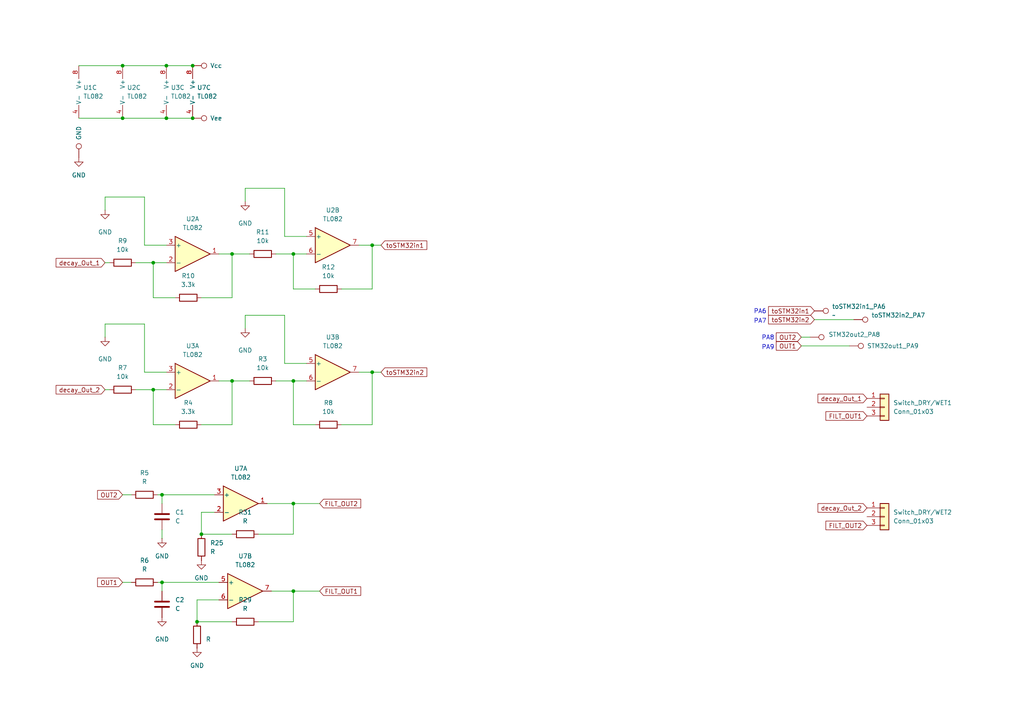
<source format=kicad_sch>
(kicad_sch (version 20250114) (generator "eeschema") (generator_version "9.0")
  (paper "A4")
  (lib_symbols
    (symbol "Amplifier_Operational:TL082" (pin_names (offset 0.127))
      (property "Reference" "U" (at 0 5.08 0))
      (property "Value" "TL082" (at 0 -5.08 0))
      (symbol "TL082_1_1"
        (polyline (pts (xy -5.08 5.08) (xy 5.08 0) (xy -5.08 -5.08) (xy -5.08 5.08)) (stroke (width 0.254)) (fill (type background)))
        (pin input line (at -7.62 2.54 0) (length 2.54) (name "+") (number "3"))
        (pin input line (at -7.62 -2.54 0) (length 2.54) (name "-") (number "2"))
        (pin output line (at 7.62 0 180) (length 2.54) (name "~") (number "1"))
      )
      (symbol "TL082_2_1"
        (polyline (pts (xy -5.08 5.08) (xy 5.08 0) (xy -5.08 -5.08) (xy -5.08 5.08)) (stroke (width 0.254)) (fill (type background)))
        (pin input line (at -7.62 2.54 0) (length 2.54) (name "+") (number "5"))
        (pin input line (at -7.62 -2.54 0) (length 2.54) (name "-") (number "6"))
        (pin output line (at 7.62 0 180) (length 2.54) (name "~") (number "7"))
      )
      (symbol "TL082_3_1"
        (pin power_in line (at -2.54 7.62 270) (length 3.81) (name "V+") (number "8"))
        (pin power_in line (at -2.54 -7.62 90) (length 3.81) (name "V-") (number "4"))
      )
    )
    (symbol "Connector:TestPoint" (pin_numbers (hide yes)) (pin_names (offset 0.762) (hide yes))
      (property "Reference" "TP" (at 0 6.858 0))
      (property "Value" "TestPoint" (at 0 5.08 0))
      (symbol "TestPoint_0_1"
        (circle (center 0 3.302) (radius 0.762))
      )
      (symbol "TestPoint_1_1"
        (pin passive line (at 0 0 90) (length 2.54) (name "1") (number "1"))
      )
    )
    (symbol "Connector_Generic:Conn_01x03" (pin_names (offset 1.016) (hide yes))
      (property "Reference" "J" (at 0 5.08 0))
      (property "Value" "Conn_01x03" (at 0 -5.08 0))
      (symbol "Conn_01x03_1_1"
        (rectangle (start -1.27 3.81) (end 1.27 -3.81) (stroke (width 0.254)) (fill (type background)))
        (rectangle (start -1.27 2.667) (end 0 2.413) (stroke (width 0.1524)))
        (rectangle (start -1.27 0.127) (end 0 -0.127) (stroke (width 0.1524)))
        (rectangle (start -1.27 -2.413) (end 0 -2.667) (stroke (width 0.1524)))
        (pin passive line (at -5.08 2.54 0) (length 3.81) (name "Pin_1") (number "1"))
        (pin passive line (at -5.08 0 0) (length 3.81) (name "Pin_2") (number "2"))
        (pin passive line (at -5.08 -2.54 0) (length 3.81) (name "Pin_3") (number "3"))
      )
    )
    (symbol "Device:C" (pin_numbers (hide yes)) (pin_names (offset 0.254))
      (property "Reference" "C" (at 0.635 2.54 0))
      (property "Value" "C" (at 0.635 -2.54 0))
      (symbol "C_0_1"
        (polyline (pts (xy -2.032 0.762) (xy 2.032 0.762)) (stroke (width 0.508)))
        (polyline (pts (xy -2.032 -0.762) (xy 2.032 -0.762)) (stroke (width 0.508)))
      )
      (symbol "C_1_1"
        (pin passive line (at 0 3.81 270) (length 2.794) (name "~") (number "1"))
        (pin passive line (at 0 -3.81 90) (length 2.794) (name "~") (number "2"))
      )
    )
    (symbol "Device:R" (pin_numbers (hide yes)) (pin_names (offset 0))
      (property "Reference" "R" (at 2.032 0 90))
      (property "Value" "R" (at 0 0 90))
      (symbol "R_0_1"
        (rectangle (start -1.016 -2.54) (end 1.016 2.54) (stroke (width 0.254)))
      )
      (symbol "R_1_1"
        (pin passive line (at 0 3.81 270) (length 1.27) (name "~") (number "1"))
        (pin passive line (at 0 -3.81 90) (length 1.27) (name "~") (number "2"))
      )
    )
    (symbol "power:GND" (power) (pin_numbers (hide yes)) (pin_names (offset 0) (hide yes))
      (property "Value" "GND" (at 0 -3.81 0))
      (symbol "GND_0_1"
        (polyline (pts (xy 0 0) (xy 0 -1.27) (xy 1.27 -1.27) (xy 0 -2.54) (xy -1.27 -1.27) (xy 0 -1.27)))
      )
      (symbol "GND_1_1"
        (pin power_in line (at 0 0 270) (length 0) (name "~") (number "1"))
      )
    )
  )
  (text "PA8\n" (at 222.758 98.044 0) (effects (font (size 1.27 1.27))))
  (text "PA9" (at 222.758 100.838 0) (effects (font (size 1.27 1.27))))
  (text "PA6\n" (at 220.472 90.424 0) (effects (font (size 1.27 1.27))))
  (text "PA7\n" (at 220.472 93.218 0) (effects (font (size 1.27 1.27))))
  (junction (at 85.09 110.49))
  (junction (at 44.45 113.03))
  (junction (at 107.95 71.12))
  (junction (at 107.95 107.95))
  (junction (at 55.88 19.05))
  (junction (at 46.99 143.51))
  (junction (at 57.15 180.34))
  (junction (at 48.26 19.05))
  (junction (at 85.09 73.66))
  (junction (at 46.99 168.91))
  (junction (at 85.09 171.45))
  (junction (at 85.09 146.05))
  (junction (at 67.31 73.66))
  (junction (at 44.45 76.2))
  (junction (at 67.31 110.49))
  (junction (at 58.42 154.94))
  (junction (at 55.88 34.29))
  (junction (at 35.56 34.29))
  (junction (at 48.26 34.29))
  (junction (at 35.56 19.05))
  (wire (pts (xy 57.15 180.34) (xy 67.31 180.34)))
  (wire (pts (xy 44.45 76.2) (xy 44.45 86.36)))
  (wire (pts (xy 107.95 83.82) (xy 107.95 71.12)))
  (wire (pts (xy 85.09 73.66) (xy 85.09 83.82)))
  (wire (pts (xy 46.99 153.67) (xy 46.99 156.21)))
  (wire (pts (xy 80.01 73.66) (xy 85.09 73.66)))
  (wire (pts (xy 74.93 180.34) (xy 85.09 180.34)))
  (wire (pts (xy 85.09 110.49) (xy 85.09 123.19)))
  (wire (pts (xy 35.56 34.29) (xy 48.26 34.29)))
  (wire (pts (xy 63.5 173.99) (xy 57.15 173.99)))
  (wire (pts (xy 236.22 92.71) (xy 247.65 92.71)))
  (wire (pts (xy 58.42 154.94) (xy 58.42 148.59)))
  (wire (pts (xy 41.91 93.98) (xy 41.91 107.95)))
  (wire (pts (xy 35.56 143.51) (xy 38.1 143.51)))
  (wire (pts (xy 71.12 91.44) (xy 82.55 91.44)))
  (wire (pts (xy 22.86 34.29) (xy 35.56 34.29)))
  (wire (pts (xy 107.95 107.95) (xy 104.14 107.95)))
  (wire (pts (xy 74.93 154.94) (xy 85.09 154.94)))
  (wire (pts (xy 67.31 73.66) (xy 72.39 73.66)))
  (wire (pts (xy 107.95 71.12) (xy 104.14 71.12)))
  (wire (pts (xy 85.09 146.05) (xy 92.71 146.05)))
  (wire (pts (xy 41.91 71.12) (xy 48.26 71.12)))
  (wire (pts (xy 46.99 168.91) (xy 63.5 168.91)))
  (wire (pts (xy 30.48 113.03) (xy 31.75 113.03)))
  (wire (pts (xy 44.45 113.03) (xy 48.26 113.03)))
  (wire (pts (xy 85.09 171.45) (xy 92.71 171.45)))
  (wire (pts (xy 71.12 95.25) (xy 71.12 91.44)))
  (wire (pts (xy 78.74 171.45) (xy 85.09 171.45)))
  (wire (pts (xy 30.48 57.15) (xy 41.91 57.15)))
  (wire (pts (xy 57.15 173.99) (xy 57.15 180.34)))
  (wire (pts (xy 46.99 143.51) (xy 62.23 143.51)))
  (wire (pts (xy 85.09 154.94) (xy 85.09 146.05)))
  (wire (pts (xy 58.42 123.19) (xy 67.31 123.19)))
  (wire (pts (xy 99.06 123.19) (xy 107.95 123.19)))
  (wire (pts (xy 58.42 86.36) (xy 67.31 86.36)))
  (wire (pts (xy 107.95 123.19) (xy 107.95 107.95)))
  (wire (pts (xy 67.31 110.49) (xy 63.5 110.49)))
  (wire (pts (xy 44.45 86.36) (xy 50.8 86.36)))
  (wire (pts (xy 58.42 148.59) (xy 62.23 148.59)))
  (wire (pts (xy 44.45 76.2) (xy 48.26 76.2)))
  (wire (pts (xy 80.01 110.49) (xy 85.09 110.49)))
  (wire (pts (xy 41.91 107.95) (xy 48.26 107.95)))
  (wire (pts (xy 67.31 73.66) (xy 63.5 73.66)))
  (wire (pts (xy 85.09 73.66) (xy 88.9 73.66)))
  (wire (pts (xy 44.45 113.03) (xy 44.45 123.19)))
  (wire (pts (xy 85.09 110.49) (xy 88.9 110.49)))
  (wire (pts (xy 46.99 168.91) (xy 46.99 171.45)))
  (wire (pts (xy 82.55 91.44) (xy 82.55 105.41)))
  (wire (pts (xy 107.95 107.95) (xy 110.49 107.95)))
  (wire (pts (xy 85.09 83.82) (xy 91.44 83.82)))
  (wire (pts (xy 67.31 123.19) (xy 67.31 110.49)))
  (wire (pts (xy 30.48 76.2) (xy 31.75 76.2)))
  (wire (pts (xy 46.99 143.51) (xy 46.99 146.05)))
  (wire (pts (xy 58.42 154.94) (xy 67.31 154.94)))
  (wire (pts (xy 48.26 34.29) (xy 55.88 34.29)))
  (wire (pts (xy 82.55 105.41) (xy 88.9 105.41)))
  (wire (pts (xy 232.41 100.33) (xy 246.38 100.33)))
  (wire (pts (xy 71.12 58.42) (xy 71.12 54.61)))
  (wire (pts (xy 71.12 54.61) (xy 82.55 54.61)))
  (wire (pts (xy 22.86 19.05) (xy 35.56 19.05)))
  (wire (pts (xy 41.91 57.15) (xy 41.91 71.12)))
  (wire (pts (xy 82.55 54.61) (xy 82.55 68.58)))
  (wire (pts (xy 30.48 93.98) (xy 41.91 93.98)))
  (wire (pts (xy 44.45 123.19) (xy 50.8 123.19)))
  (wire (pts (xy 35.56 168.91) (xy 38.1 168.91)))
  (wire (pts (xy 30.48 97.79) (xy 30.48 93.98)))
  (wire (pts (xy 35.56 19.05) (xy 48.26 19.05)))
  (wire (pts (xy 110.49 71.12) (xy 107.95 71.12)))
  (wire (pts (xy 39.37 113.03) (xy 44.45 113.03)))
  (wire (pts (xy 39.37 76.2) (xy 44.45 76.2)))
  (wire (pts (xy 85.09 123.19) (xy 91.44 123.19)))
  (wire (pts (xy 30.48 60.96) (xy 30.48 57.15)))
  (wire (pts (xy 67.31 86.36) (xy 67.31 73.66)))
  (wire (pts (xy 77.47 146.05) (xy 85.09 146.05)))
  (wire (pts (xy 67.31 110.49) (xy 72.39 110.49)))
  (wire (pts (xy 232.41 97.79) (xy 234.95 97.79)))
  (wire (pts (xy 45.72 168.91) (xy 46.99 168.91)))
  (wire (pts (xy 45.72 143.51) (xy 46.99 143.51)))
  (wire (pts (xy 85.09 180.34) (xy 85.09 171.45)))
  (wire (pts (xy 48.26 19.05) (xy 55.88 19.05)))
  (wire (pts (xy 82.55 68.58) (xy 88.9 68.58)))
  (wire (pts (xy 99.06 83.82) (xy 107.95 83.82)))
  (global_label "FILT_OUT1" (shape input) (at 92.71 171.45 0) (property "Intersheetrefs" "${INTERSHEET_REFS}" (effects (hide yes))))
  (global_label "toSTM32in1" (shape input) (at 110.49 71.12 0) (property "Intersheetrefs" "${INTERSHEET_REFS}" (effects (hide yes))))
  (global_label "toSTM32in2" (shape input) (at 236.22 92.71 180) (property "Intersheetrefs" "${INTERSHEET_REFS}" (effects (hide yes))))
  (global_label "decay_Out_2" (shape input) (at 251.46 147.32 180) (property "Intersheetrefs" "${INTERSHEET_REFS}" (effects (hide yes))))
  (global_label "toSTM32in1" (shape input) (at 236.22 90.17 180) (property "Intersheetrefs" "${INTERSHEET_REFS}" (effects (hide yes))))
  (global_label "OUT2" (shape input) (at 232.41 97.79 180) (property "Intersheetrefs" "${INTERSHEET_REFS}" (effects (hide yes))))
  (global_label "OUT2" (shape input) (at 35.56 143.51 180) (property "Intersheetrefs" "${INTERSHEET_REFS}" (effects (hide yes))))
  (global_label "toSTM32in2" (shape input) (at 110.49 107.95 0) (property "Intersheetrefs" "${INTERSHEET_REFS}" (effects (hide yes))))
  (global_label "decay_Out_2" (shape input) (at 30.48 113.03 180) (property "Intersheetrefs" "${INTERSHEET_REFS}" (effects (hide yes))))
  (global_label "FILT_OUT2" (shape input) (at 251.46 152.4 180) (property "Intersheetrefs" "${INTERSHEET_REFS}" (effects (hide yes))))
  (global_label "decay_Out_1" (shape input) (at 30.48 76.2 180) (property "Intersheetrefs" "${INTERSHEET_REFS}" (effects (hide yes))))
  (global_label "FILT_OUT1" (shape input) (at 251.46 120.65 180) (property "Intersheetrefs" "${INTERSHEET_REFS}" (effects (hide yes))))
  (global_label "OUT1" (shape input) (at 35.56 168.91 180) (property "Intersheetrefs" "${INTERSHEET_REFS}" (effects (hide yes))))
  (global_label "OUT1" (shape input) (at 232.41 100.33 180) (property "Intersheetrefs" "${INTERSHEET_REFS}" (effects (hide yes))))
  (global_label "FILT_OUT2" (shape input) (at 92.71 146.05 0) (property "Intersheetrefs" "${INTERSHEET_REFS}" (effects (hide yes))))
  (global_label "decay_Out_1" (shape input) (at 251.46 115.57 180) (property "Intersheetrefs" "${INTERSHEET_REFS}" (effects (hide yes))))
  (symbol (lib_id "Connector_Generic:Conn_01x03") (at 256.54 118.11 0) (unit 1)
    (property "Reference" "Switch_DRY/WET1" (at 259.08 116.8399 0) (effects (justify left)))
    (property "Value" "Conn_01x03" (at 259.08 119.3799 0) (effects (justify left)))
    (property "Footprint" "Connector_Wire:SolderWire-0.5sqmm_1x03_P4.6mm_D0.9mm_OD2.1mm" (effects (hide yes)))
    (property "Description" "Generic connector, single row, 01x03, script generated (kicad-library-utils/schlib/autogen/connector/)" (effects (hide yes)))
  )
  (symbol (lib_id "Device:R") (at 76.2 110.49 90) (unit 1)
    (property "Reference" "R3" (at 76.2 104.14 90))
    (property "Value" "10k" (at 76.2 106.68 90))
    (property "Footprint" "Resistor_THT:R_Axial_DIN0204_L3.6mm_D1.6mm_P5.08mm_Horizontal" (effects (hide yes)))
    (property "Description" "Resistor" (effects (hide yes)))
  )
  (symbol (lib_id "Amplifier_Operational:TL082") (at 25.4 26.67 0) (unit 3)
    (property "Reference" "U1" (at 24.13 25.3999 0) (effects (justify left)))
    (property "Value" "TL082" (at 24.13 27.9399 0) (effects (justify left)))
    (property "Footprint" "Package_DIP:DIP-8_W7.62mm" (effects (hide yes)))
    (property "Datasheet" "http://www.ti.com/lit/ds/symlink/tl081.pdf" (effects (hide yes)))
    (property "Description" "Dual JFET-Input Operational Amplifiers, DIP-8/SOIC-8/SSOP-8" (effects (hide yes)))
  )
  (symbol (lib_id "Device:R") (at 54.61 123.19 90) (unit 1)
    (property "Reference" "R4" (at 54.61 116.84 90))
    (property "Value" "3.3k" (at 54.61 119.38 90))
    (property "Footprint" "Resistor_THT:R_Axial_DIN0204_L3.6mm_D1.6mm_P5.08mm_Horizontal" (effects (hide yes)))
    (property "Description" "Resistor" (effects (hide yes)))
  )
  (symbol (lib_id "Connector:TestPoint") (at 55.88 34.29 270) (unit 1)
    (property "Reference" "Vee" (at 60.96 34.2899 90) (effects (justify left)))
    (property "Value" "TestPoint" (effects (hide yes)))
    (property "Footprint" "Connector_Pin:Pin_D1.0mm_L10.0mm" (effects (hide yes)))
    (property "Description" "test point" (effects (hide yes)))
  )
  (symbol (lib_id "Device:R") (at 35.56 76.2 90) (unit 1)
    (property "Reference" "R9" (at 35.56 69.85 90))
    (property "Value" "10k" (at 35.56 72.39 90))
    (property "Footprint" "Resistor_THT:R_Axial_DIN0204_L3.6mm_D1.6mm_P5.08mm_Horizontal" (effects (hide yes)))
    (property "Description" "Resistor" (effects (hide yes)))
  )
  (symbol (lib_id "Connector:TestPoint") (at 247.65 92.71 270) (unit 1)
    (property "Reference" "toSTM32in2_PA7" (at 252.73 91.4399 90) (effects (justify left)))
    (property "Value" "TestPoint" (effects (hide yes)))
    (property "Footprint" "Connector_Pin:Pin_D1.0mm_L10.0mm" (effects (hide yes)))
    (property "Description" "test point" (effects (hide yes)))
  )
  (symbol (lib_id "Connector_Generic:Conn_01x03") (at 256.54 149.86 0) (unit 1)
    (property "Reference" "Switch_DRY/WET2" (at 259.08 148.5899 0) (effects (justify left)))
    (property "Value" "Conn_01x03" (at 259.08 151.1299 0) (effects (justify left)))
    (property "Footprint" "Connector_Wire:SolderWire-0.5sqmm_1x03_P4.6mm_D0.9mm_OD2.1mm" (effects (hide yes)))
    (property "Description" "Generic connector, single row, 01x03, script generated (kicad-library-utils/schlib/autogen/connector/)" (effects (hide yes)))
  )
  (symbol (lib_id "Connector:TestPoint") (at 246.38 100.33 270) (unit 1)
    (property "Reference" "STM32out1_PA9" (at 251.46 100.3299 90) (effects (justify left)))
    (property "Value" "TestPoint" (effects (hide yes)))
    (property "Footprint" "Connector_Pin:Pin_D1.0mm_L10.0mm" (effects (hide yes)))
    (property "Description" "test point" (effects (hide yes)))
  )
  (symbol (lib_id "Connector:TestPoint") (at 234.95 97.79 270) (unit 1)
    (property "Reference" "STM32out2_PA8" (at 240.284 97.028 90) (effects (justify left)))
    (property "Value" "TestPoint" (effects (hide yes)))
    (property "Footprint" "Connector_Pin:Pin_D1.0mm_L10.0mm" (effects (hide yes)))
    (property "Description" "test point" (effects (hide yes)))
  )
  (symbol (lib_id "Device:R") (at 35.56 113.03 90) (unit 1)
    (property "Reference" "R7" (at 35.56 106.68 90))
    (property "Value" "10k" (at 35.56 109.22 90))
    (property "Footprint" "Resistor_THT:R_Axial_DIN0204_L3.6mm_D1.6mm_P5.08mm_Horizontal" (effects (hide yes)))
    (property "Description" "Resistor" (effects (hide yes)))
  )
  (symbol (lib_id "Device:R") (at 95.25 123.19 90) (unit 1)
    (property "Reference" "R8" (at 95.25 116.84 90))
    (property "Value" "10k" (at 95.25 119.38 90))
    (property "Footprint" "Resistor_THT:R_Axial_DIN0204_L3.6mm_D1.6mm_P5.08mm_Horizontal" (effects (hide yes)))
    (property "Description" "Resistor" (effects (hide yes)))
  )
  (symbol (lib_id "Device:R") (at 54.61 86.36 90) (unit 1)
    (property "Reference" "R10" (at 54.61 80.01 90))
    (property "Value" "3.3k" (at 54.61 82.55 90))
    (property "Footprint" "Resistor_THT:R_Axial_DIN0204_L3.6mm_D1.6mm_P5.08mm_Horizontal" (effects (hide yes)))
    (property "Description" "Resistor" (effects (hide yes)))
  )
  (symbol (lib_id "Amplifier_Operational:TL082") (at 55.88 110.49 0) (unit 1)
    (property "Reference" "U3" (at 55.88 100.33 0))
    (property "Value" "TL082" (at 55.88 102.87 0))
    (property "Datasheet" "http://www.ti.com/lit/ds/symlink/tl081.pdf" (effects (hide yes)))
    (property "Description" "Dual JFET-Input Operational Amplifiers, DIP-8/SOIC-8/SSOP-8" (effects (hide yes)))
  )
  (symbol (lib_id "Amplifier_Operational:TL082") (at 58.42 26.67 0) (unit 3)
    (property "Reference" "U7" (at 57.15 25.3999 0) (effects (justify left)))
    (property "Value" "TL082" (at 57.15 27.9399 0) (effects (justify left)))
    (property "Datasheet" "http://www.ti.com/lit/ds/symlink/tl081.pdf" (effects (hide yes)))
    (property "Description" "Dual JFET-Input Operational Amplifiers, DIP-8/SOIC-8/SSOP-8" (effects (hide yes)))
  )
  (symbol (lib_id "Device:R") (at 41.91 168.91 90) (unit 1)
    (property "Reference" "R6" (at 41.91 162.56 90))
    (property "Value" "R" (at 41.91 165.1 90))
    (property "Footprint" "Resistor_THT:R_Axial_DIN0204_L3.6mm_D1.6mm_P5.08mm_Horizontal" (effects (hide yes)))
    (property "Description" "Resistor" (effects (hide yes)))
  )
  (symbol (lib_id "Connector:TestPoint") (at 236.22 90.17 270) (unit 1)
    (property "Reference" "toSTM32in1_PA6" (at 241.3 88.8999 90) (effects (justify left)))
    (property "Value" "~" (at 241.3 91.4399 90) (effects (justify left)))
    (property "Footprint" "Connector_Pin:Pin_D1.0mm_L10.0mm" (effects (hide yes)))
    (property "Description" "test point" (effects (hide yes)))
  )
  (symbol (lib_id "Connector:TestPoint") (at 55.88 19.05 270) (unit 1)
    (property "Reference" "Vcc" (at 60.96 19.0499 90) (effects (justify left)))
    (property "Value" "TestPoint" (effects (hide yes)))
    (property "Footprint" "Connector_Pin:Pin_D1.0mm_L10.0mm" (effects (hide yes)))
    (property "Description" "test point" (effects (hide yes)))
  )
  (symbol (lib_id "Device:C") (at 46.99 175.26 0) (unit 1)
    (property "Reference" "C2" (at 50.8 173.9899 0) (effects (justify left)))
    (property "Value" "C" (at 50.8 176.5299 0) (effects (justify left)))
    (property "Footprint" "Capacitor_THT:C_Axial_L3.8mm_D2.6mm_P7.50mm_Horizontal" (effects (hide yes)))
    (property "Description" "Unpolarized capacitor" (effects (hide yes)))
  )
  (symbol (lib_id "Device:R") (at 76.2 73.66 90) (unit 1)
    (property "Reference" "R11" (at 76.2 67.31 90))
    (property "Value" "10k" (at 76.2 69.85 90))
    (property "Footprint" "Resistor_THT:R_Axial_DIN0204_L3.6mm_D1.6mm_P7.62mm_Horizontal" (effects (hide yes)))
    (property "Description" "Resistor" (effects (hide yes)))
  )
  (symbol (lib_id "Device:R") (at 41.91 143.51 90) (unit 1)
    (property "Reference" "R5" (at 41.91 137.16 90))
    (property "Value" "R" (at 41.91 139.7 90))
    (property "Footprint" "Resistor_THT:R_Axial_DIN0204_L3.6mm_D1.6mm_P5.08mm_Horizontal" (effects (hide yes)))
    (property "Description" "Resistor" (effects (hide yes)))
  )
  (symbol (lib_id "Device:R") (at 71.12 154.94 90) (unit 1)
    (property "Reference" "R31" (at 71.12 148.59 90))
    (property "Value" "R" (at 71.12 151.13 90))
    (property "Description" "Resistor" (effects (hide yes)))
  )
  (symbol (lib_id "Amplifier_Operational:TL082") (at 38.1 26.67 0) (unit 3)
    (property "Reference" "U2" (at 36.83 25.3999 0) (effects (justify left)))
    (property "Value" "TL082" (at 36.83 27.9399 0) (effects (justify left)))
    (property "Datasheet" "http://www.ti.com/lit/ds/symlink/tl081.pdf" (effects (hide yes)))
    (property "Description" "Dual JFET-Input Operational Amplifiers, DIP-8/SOIC-8/SSOP-8" (effects (hide yes)))
  )
  (symbol (lib_id "power:GND") (at 71.12 58.42 0) (unit 1)
    (property "Reference" "#PWR04" (effects (hide yes)))
    (property "Value" "GND" (at 71.12 64.77 0))
    (property "Description" "Power symbol creates a global label with name \"GND\" , ground" (effects (hide yes)))
  )
  (symbol (lib_id "Amplifier_Operational:TL082") (at 55.88 73.66 0) (unit 1)
    (property "Reference" "U2" (at 55.88 63.5 0))
    (property "Value" "TL082" (at 55.88 66.04 0))
    (property "Datasheet" "http://www.ti.com/lit/ds/symlink/tl081.pdf" (effects (hide yes)))
    (property "Description" "Dual JFET-Input Operational Amplifiers, DIP-8/SOIC-8/SSOP-8" (effects (hide yes)))
  )
  (symbol (lib_id "power:GND") (at 22.86 45.72 0) (unit 1)
    (property "Reference" "#PWR013" (effects (hide yes)))
    (property "Value" "GND" (at 22.86 50.8 0))
    (property "Description" "Power symbol creates a global label with name \"GND\" , ground" (effects (hide yes)))
  )
  (symbol (lib_id "Amplifier_Operational:TL082") (at 69.85 146.05 0) (unit 1)
    (property "Reference" "U7" (at 69.85 135.89 0))
    (property "Value" "TL082" (at 69.85 138.43 0))
    (property "Datasheet" "http://www.ti.com/lit/ds/symlink/tl081.pdf" (effects (hide yes)))
    (property "Description" "Dual JFET-Input Operational Amplifiers, DIP-8/SOIC-8/SSOP-8" (effects (hide yes)))
  )
  (symbol (lib_id "Amplifier_Operational:TL082") (at 96.52 71.12 0) (unit 2)
    (property "Reference" "U2" (at 96.52 60.96 0))
    (property "Value" "TL082" (at 96.52 63.5 0))
    (property "Datasheet" "http://www.ti.com/lit/ds/symlink/tl081.pdf" (effects (hide yes)))
    (property "Description" "Dual JFET-Input Operational Amplifiers, DIP-8/SOIC-8/SSOP-8" (effects (hide yes)))
  )
  (symbol (lib_id "power:GND") (at 58.42 162.56 0) (unit 1)
    (property "Reference" "#PWR015" (effects (hide yes)))
    (property "Value" "GND" (at 58.42 167.64 0))
    (property "Description" "Power symbol creates a global label with name \"GND\" , ground" (effects (hide yes)))
  )
  (symbol (lib_id "Connector:TestPoint") (at 22.86 45.72 0) (unit 1)
    (property "Reference" "GND" (at 22.8599 40.64 90) (effects (justify left)))
    (property "Value" "TestPoint" (effects (hide yes)))
    (property "Footprint" "Connector_Pin:Pin_D1.0mm_L10.0mm" (effects (hide yes)))
    (property "Description" "test point" (effects (hide yes)))
  )
  (symbol (lib_id "Amplifier_Operational:TL082") (at 71.12 171.45 0) (unit 2)
    (property "Reference" "U7" (at 71.12 161.29 0))
    (property "Value" "TL082" (at 71.12 163.83 0))
    (property "Datasheet" "http://www.ti.com/lit/ds/symlink/tl081.pdf" (effects (hide yes)))
    (property "Description" "Dual JFET-Input Operational Amplifiers, DIP-8/SOIC-8/SSOP-8" (effects (hide yes)))
  )
  (symbol (lib_id "Device:R") (at 95.25 83.82 90) (unit 1)
    (property "Reference" "R12" (at 95.25 77.47 90))
    (property "Value" "10k" (at 95.25 80.01 90))
    (property "Footprint" "Resistor_THT:R_Axial_DIN0204_L3.6mm_D1.6mm_P7.62mm_Horizontal" (effects (hide yes)))
    (property "Description" "Resistor" (effects (hide yes)))
  )
  (symbol (lib_id "Device:R") (at 58.42 158.75 0) (unit 1)
    (property "Reference" "R25" (at 60.96 157.4799 0) (effects (justify left)))
    (property "Value" "R" (at 60.96 160.0199 0) (effects (justify left)))
    (property "Description" "Resistor" (effects (hide yes)))
  )
  (symbol (lib_id "Device:R") (at 71.12 180.34 90) (unit 1)
    (property "Reference" "R29" (at 71.12 173.99 90))
    (property "Value" "R" (at 71.12 176.53 90))
    (property "Description" "Resistor" (effects (hide yes)))
  )
  (symbol (lib_id "Device:R") (at 57.15 184.15 0) (unit 1)
    (property "Reference" "R27" (effects (hide yes)))
    (property "Value" "R" (at 59.69 185.4199 0) (effects (justify left)))
    (property "Description" "Resistor" (effects (hide yes)))
  )
  (symbol (lib_id "Device:C") (at 46.99 149.86 0) (unit 1)
    (property "Reference" "C1" (at 50.8 148.5899 0) (effects (justify left)))
    (property "Value" "C" (at 50.8 151.1299 0) (effects (justify left)))
    (property "Footprint" "Capacitor_THT:C_Axial_L3.8mm_D2.6mm_P7.50mm_Horizontal" (effects (hide yes)))
    (property "Description" "Unpolarized capacitor" (effects (hide yes)))
  )
  (symbol (lib_id "Amplifier_Operational:TL082") (at 96.52 107.95 0) (unit 2)
    (property "Reference" "U3" (at 96.52 97.79 0))
    (property "Value" "TL082" (at 96.52 100.33 0))
    (property "Datasheet" "http://www.ti.com/lit/ds/symlink/tl081.pdf" (effects (hide yes)))
    (property "Description" "Dual JFET-Input Operational Amplifiers, DIP-8/SOIC-8/SSOP-8" (effects (hide yes)))
  )
  (symbol (lib_id "power:GND") (at 46.99 156.21 0) (unit 1)
    (property "Reference" "#PWR07" (effects (hide yes)))
    (property "Value" "GND" (at 46.99 161.29 0))
    (property "Description" "Power symbol creates a global label with name \"GND\" , ground" (effects (hide yes)))
  )
  (symbol (lib_id "power:GND") (at 30.48 97.79 0) (unit 1)
    (property "Reference" "#PWR01" (effects (hide yes)))
    (property "Value" "GND" (at 30.48 104.14 0))
    (property "Description" "Power symbol creates a global label with name \"GND\" , ground" (effects (hide yes)))
  )
  (symbol (lib_id "power:GND") (at 30.48 60.96 0) (unit 1)
    (property "Reference" "#PWR03" (effects (hide yes)))
    (property "Value" "GND" (at 30.48 67.31 0))
    (property "Description" "Power symbol creates a global label with name \"GND\" , ground" (effects (hide yes)))
  )
  (symbol (lib_id "power:GND") (at 71.12 95.25 0) (unit 1)
    (property "Reference" "#PWR02" (effects (hide yes)))
    (property "Value" "GND" (at 71.12 101.6 0))
    (property "Description" "Power symbol creates a global label with name \"GND\" , ground" (effects (hide yes)))
  )
  (symbol (lib_id "Amplifier_Operational:TL082") (at 50.8 26.67 0) (unit 3)
    (property "Reference" "U3" (at 49.53 25.3999 0) (effects (justify left)))
    (property "Value" "TL082" (at 49.53 27.9399 0) (effects (justify left)))
    (property "Datasheet" "http://www.ti.com/lit/ds/symlink/tl081.pdf" (effects (hide yes)))
    (property "Description" "Dual JFET-Input Operational Amplifiers, DIP-8/SOIC-8/SSOP-8" (effects (hide yes)))
  )
  (symbol (lib_id "power:GND") (at 57.15 187.96 0) (unit 1)
    (property "Reference" "#PWR017" (effects (hide yes)))
    (property "Value" "GND" (at 57.15 193.04 0))
    (property "Description" "Power symbol creates a global label with name \"GND\" , ground" (effects (hide yes)))
  )
  (symbol (lib_id "power:GND") (at 46.99 179.07 0) (unit 1)
    (property "Reference" "#PWR08" (effects (hide yes)))
    (property "Value" "GND" (at 46.99 185.42 0))
    (property "Description" "Power symbol creates a global label with name \"GND\" , ground" (effects (hide yes)))
  )
)
</source>
